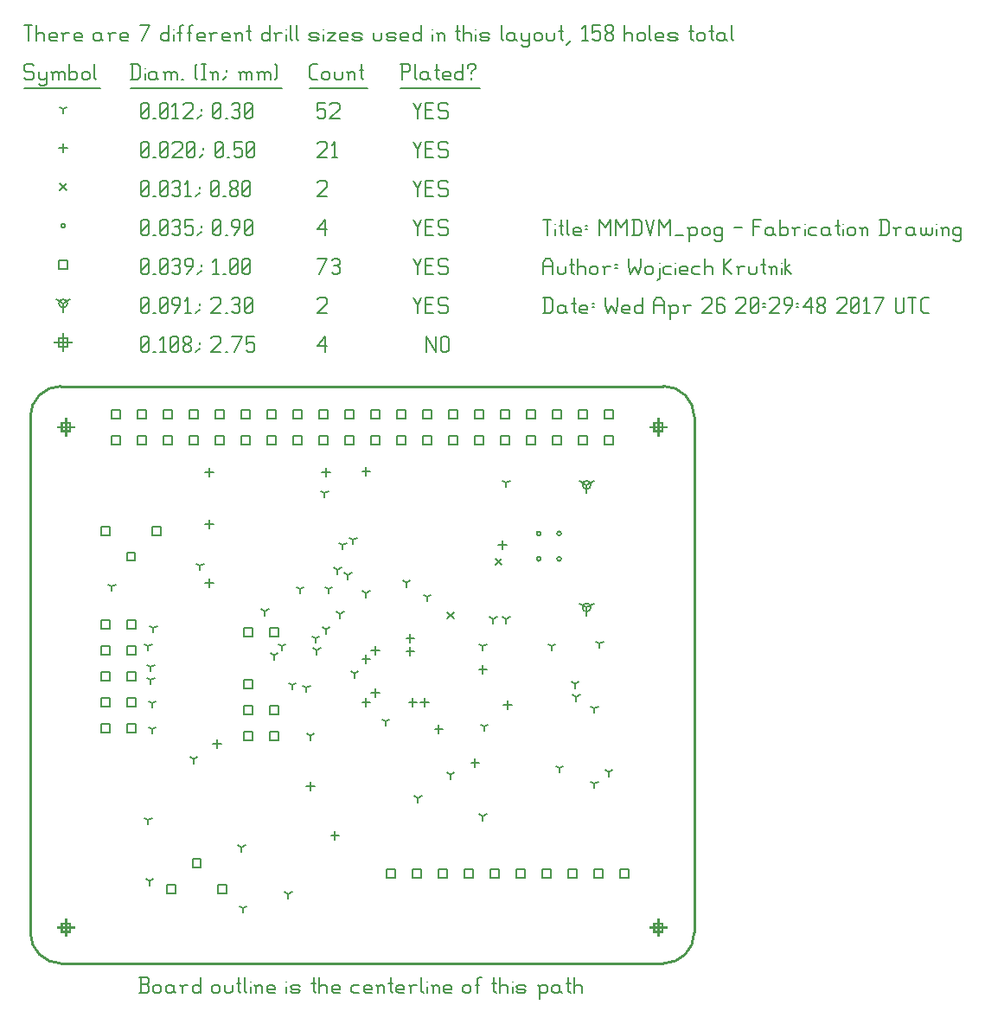
<source format=gbr>
G04 start of page 15 for group -3984 idx -3984 *
G04 Title: MMDVM_pog, fab *
G04 Creator: pcb v4.0.0-ga246c150 *
G04 CreationDate: Wed Apr 26 20:29:48 2017 UTC *
G04 For: wojtek *
G04 Format: Gerber/RS-274X *
G04 PCB-Dimensions (mm): 66.29 58.42 *
G04 PCB-Coordinate-Origin: lower left *
%MOMM*%
%FSLAX43Y43*%
%LNFAB*%
%ADD128C,0.254*%
%ADD127C,0.191*%
%ADD126C,0.152*%
%ADD125R,0.203X0.203*%
G54D125*X4094Y4805D02*Y3179D01*
X3281Y3992D02*X4907D01*
X3688Y4398D02*X4500D01*
X3688D02*Y3586D01*
X4500D01*
Y4398D02*Y3586D01*
X62094Y4805D02*Y3179D01*
X61281Y3992D02*X62907D01*
X61688Y4398D02*X62500D01*
X61688D02*Y3586D01*
X62500D01*
Y4398D02*Y3586D01*
X62094Y53805D02*Y52179D01*
X61281Y52992D02*X62907D01*
X61688Y53398D02*X62500D01*
X61688D02*Y52586D01*
X62500D01*
Y53398D02*Y52586D01*
X4094Y53805D02*Y52179D01*
X3281Y52992D02*X4907D01*
X3688Y53398D02*X4500D01*
X3688D02*Y52586D01*
X4500D01*
Y53398D02*Y52586D01*
X3810Y62090D02*Y60465D01*
X2997Y61278D02*X4623D01*
X3404Y61684D02*X4216D01*
X3404D02*Y60871D01*
X4216D01*
Y61684D02*Y60871D01*
G54D126*X39370Y61849D02*Y60325D01*
Y61849D02*X40322Y60325D01*
Y61849D02*Y60325D01*
X40780Y61658D02*Y60516D01*
Y61658D02*X40970Y61849D01*
X41351D01*
X41542Y61658D01*
Y60516D01*
X41351Y60325D02*X41542Y60516D01*
X40970Y60325D02*X41351D01*
X40780Y60516D02*X40970Y60325D01*
X28702Y60896D02*X29464Y61849D01*
X28702Y60896D02*X29654D01*
X29464Y61849D02*Y60325D01*
X11430Y60516D02*X11620Y60325D01*
X11430Y61658D02*Y60516D01*
Y61658D02*X11620Y61849D01*
X12002D01*
X12192Y61658D01*
Y60516D01*
X12002Y60325D02*X12192Y60516D01*
X11620Y60325D02*X12002D01*
X11430Y60706D02*X12192Y61468D01*
X12649Y60325D02*X12840D01*
X13297Y61544D02*X13602Y61849D01*
Y60325D01*
X13297D02*X13868D01*
X14326Y60516D02*X14516Y60325D01*
X14326Y61658D02*Y60516D01*
Y61658D02*X14516Y61849D01*
X14897D01*
X15088Y61658D01*
Y60516D01*
X14897Y60325D02*X15088Y60516D01*
X14516Y60325D02*X14897D01*
X14326Y60706D02*X15088Y61468D01*
X15545Y60516D02*X15735Y60325D01*
X15545Y60820D02*Y60516D01*
Y60820D02*X15812Y61087D01*
X16040D01*
X16307Y60820D01*
Y60516D01*
X16116Y60325D02*X16307Y60516D01*
X15735Y60325D02*X16116D01*
X15545Y61354D02*X15812Y61087D01*
X15545Y61658D02*Y61354D01*
Y61658D02*X15735Y61849D01*
X16116D01*
X16307Y61658D01*
Y61354D01*
X16040Y61087D02*X16307Y61354D01*
X16764Y60325D02*X17145Y60706D01*
Y61278D02*Y61087D01*
X18288Y61658D02*X18479Y61849D01*
X19050D01*
X19241Y61658D01*
Y61278D01*
X18288Y60325D02*X19241Y61278D01*
X18288Y60325D02*X19241D01*
X19698D02*X19888D01*
X20536D02*X21298Y61849D01*
X20345D02*X21298D01*
X21755D02*X22517D01*
X21755D02*Y61087D01*
X21946Y61278D01*
X22327D01*
X22517Y61087D01*
Y60516D01*
X22327Y60325D02*X22517Y60516D01*
X21946Y60325D02*X22327D01*
X21755Y60516D02*X21946Y60325D01*
X55066Y35328D02*Y34515D01*
Y35328D02*X55770Y35734D01*
X55066Y35328D02*X54362Y35734D01*
X54660Y35328D02*G75*G03X55472Y35328I406J0D01*G01*
G75*G03X54660Y35328I-406J0D01*G01*
X55066Y47328D02*Y46515D01*
Y47328D02*X55770Y47734D01*
X55066Y47328D02*X54362Y47734D01*
X54660Y47328D02*G75*G03X55472Y47328I406J0D01*G01*
G75*G03X54660Y47328I-406J0D01*G01*
X3810Y65088D02*Y64275D01*
Y65088D02*X4514Y65494D01*
X3810Y65088D02*X3106Y65494D01*
X3404Y65088D02*G75*G03X4216Y65088I406J0D01*G01*
G75*G03X3404Y65088I-406J0D01*G01*
X38100Y65659D02*X38481Y64897D01*
X38862Y65659D01*
X38481Y64897D02*Y64135D01*
X39319Y64973D02*X39891D01*
X39319Y64135D02*X40081D01*
X39319Y65659D02*Y64135D01*
Y65659D02*X40081D01*
X41300D02*X41491Y65469D01*
X40729Y65659D02*X41300D01*
X40538Y65469D02*X40729Y65659D01*
X40538Y65469D02*Y65088D01*
X40729Y64897D01*
X41300D01*
X41491Y64707D01*
Y64326D01*
X41300Y64135D02*X41491Y64326D01*
X40729Y64135D02*X41300D01*
X40538Y64326D02*X40729Y64135D01*
X28702Y65469D02*X28892Y65659D01*
X29464D01*
X29654Y65469D01*
Y65088D01*
X28702Y64135D02*X29654Y65088D01*
X28702Y64135D02*X29654D01*
X11430Y64326D02*X11620Y64135D01*
X11430Y65469D02*Y64326D01*
Y65469D02*X11620Y65659D01*
X12002D01*
X12192Y65469D01*
Y64326D01*
X12002Y64135D02*X12192Y64326D01*
X11620Y64135D02*X12002D01*
X11430Y64516D02*X12192Y65278D01*
X12649Y64135D02*X12840D01*
X13297Y64326D02*X13487Y64135D01*
X13297Y65469D02*Y64326D01*
Y65469D02*X13487Y65659D01*
X13868D01*
X14059Y65469D01*
Y64326D01*
X13868Y64135D02*X14059Y64326D01*
X13487Y64135D02*X13868D01*
X13297Y64516D02*X14059Y65278D01*
X14707Y64135D02*X15278Y64897D01*
Y65469D02*Y64897D01*
X15088Y65659D02*X15278Y65469D01*
X14707Y65659D02*X15088D01*
X14516Y65469D02*X14707Y65659D01*
X14516Y65469D02*Y65088D01*
X14707Y64897D01*
X15278D01*
X15735Y65354D02*X16040Y65659D01*
Y64135D01*
X15735D02*X16307D01*
X16764D02*X17145Y64516D01*
Y65088D02*Y64897D01*
X18288Y65469D02*X18479Y65659D01*
X19050D01*
X19241Y65469D01*
Y65088D01*
X18288Y64135D02*X19241Y65088D01*
X18288Y64135D02*X19241D01*
X19698D02*X19888D01*
X20345Y65469D02*X20536Y65659D01*
X20917D01*
X21107Y65469D01*
X20917Y64135D02*X21107Y64326D01*
X20536Y64135D02*X20917D01*
X20345Y64326D02*X20536Y64135D01*
Y64973D02*X20917D01*
X21107Y65469D02*Y65164D01*
Y64783D02*Y64326D01*
Y64783D02*X20917Y64973D01*
X21107Y65164D02*X20917Y64973D01*
X21565Y64326D02*X21755Y64135D01*
X21565Y65469D02*Y64326D01*
Y65469D02*X21755Y65659D01*
X22136D01*
X22327Y65469D01*
Y64326D01*
X22136Y64135D02*X22327Y64326D01*
X21755Y64135D02*X22136D01*
X21565Y64516D02*X22327Y65278D01*
X24052Y23172D02*X24864D01*
X24052D02*Y22360D01*
X24864D01*
Y23172D02*Y22360D01*
X21512Y23172D02*X22324D01*
X21512D02*Y22360D01*
X22324D01*
Y23172D02*Y22360D01*
X24052Y25712D02*X24864D01*
X24052D02*Y24900D01*
X24864D01*
Y25712D02*Y24900D01*
X21512Y25712D02*X22324D01*
X21512D02*Y24900D01*
X22324D01*
Y25712D02*Y24900D01*
X21512Y28252D02*X22324D01*
X21512D02*Y27440D01*
X22324D01*
Y28252D02*Y27440D01*
X7542Y34094D02*X8354D01*
X7542D02*Y33282D01*
X8354D01*
Y34094D02*Y33282D01*
X10082Y34094D02*X10894D01*
X10082D02*Y33282D01*
X10894D01*
Y34094D02*Y33282D01*
X7542Y31554D02*X8354D01*
X7542D02*Y30742D01*
X8354D01*
Y31554D02*Y30742D01*
X10082Y31554D02*X10894D01*
X10082D02*Y30742D01*
X10894D01*
Y31554D02*Y30742D01*
X7542Y29014D02*X8354D01*
X7542D02*Y28202D01*
X8354D01*
Y29014D02*Y28202D01*
X10082Y29014D02*X10894D01*
X10082D02*Y28202D01*
X10894D01*
Y29014D02*Y28202D01*
X7542Y26474D02*X8354D01*
X7542D02*Y25662D01*
X8354D01*
Y26474D02*Y25662D01*
X10082Y26474D02*X10894D01*
X10082D02*Y25662D01*
X10894D01*
Y26474D02*Y25662D01*
X7542Y23934D02*X8354D01*
X7542D02*Y23122D01*
X8354D01*
Y23934D02*Y23122D01*
X10082Y23934D02*X10894D01*
X10082D02*Y23122D01*
X10894D01*
Y23934D02*Y23122D01*
X35482Y9710D02*X36294D01*
X35482D02*Y8898D01*
X36294D01*
Y9710D02*Y8898D01*
X38022Y9710D02*X38834D01*
X38022D02*Y8898D01*
X38834D01*
Y9710D02*Y8898D01*
X40562Y9710D02*X41374D01*
X40562D02*Y8898D01*
X41374D01*
Y9710D02*Y8898D01*
X43102Y9710D02*X43914D01*
X43102D02*Y8898D01*
X43914D01*
Y9710D02*Y8898D01*
X45642Y9710D02*X46454D01*
X45642D02*Y8898D01*
X46454D01*
Y9710D02*Y8898D01*
X48182Y9710D02*X48994D01*
X48182D02*Y8898D01*
X48994D01*
Y9710D02*Y8898D01*
X50722Y9710D02*X51534D01*
X50722D02*Y8898D01*
X51534D01*
Y9710D02*Y8898D01*
X53262Y9710D02*X54074D01*
X53262D02*Y8898D01*
X54074D01*
Y9710D02*Y8898D01*
X55802Y9710D02*X56614D01*
X55802D02*Y8898D01*
X56614D01*
Y9710D02*Y8898D01*
X58342Y9710D02*X59154D01*
X58342D02*Y8898D01*
X59154D01*
Y9710D02*Y8898D01*
X21512Y33332D02*X22324D01*
X21512D02*Y32520D01*
X22324D01*
Y33332D02*Y32520D01*
X24052Y33332D02*X24864D01*
X24052D02*Y32520D01*
X24864D01*
Y33332D02*Y32520D01*
X8558Y52128D02*X9370D01*
X8558D02*Y51316D01*
X9370D01*
Y52128D02*Y51316D01*
X8558Y54668D02*X9370D01*
X8558D02*Y53856D01*
X9370D01*
Y54668D02*Y53856D01*
X11098Y52128D02*X11910D01*
X11098D02*Y51316D01*
X11910D01*
Y52128D02*Y51316D01*
X11098Y54668D02*X11910D01*
X11098D02*Y53856D01*
X11910D01*
Y54668D02*Y53856D01*
X13638Y52128D02*X14450D01*
X13638D02*Y51316D01*
X14450D01*
Y52128D02*Y51316D01*
X13638Y54668D02*X14450D01*
X13638D02*Y53856D01*
X14450D01*
Y54668D02*Y53856D01*
X16178Y52128D02*X16990D01*
X16178D02*Y51316D01*
X16990D01*
Y52128D02*Y51316D01*
X16178Y54668D02*X16990D01*
X16178D02*Y53856D01*
X16990D01*
Y54668D02*Y53856D01*
X18718Y52128D02*X19530D01*
X18718D02*Y51316D01*
X19530D01*
Y52128D02*Y51316D01*
X18718Y54668D02*X19530D01*
X18718D02*Y53856D01*
X19530D01*
Y54668D02*Y53856D01*
X21258Y52128D02*X22070D01*
X21258D02*Y51316D01*
X22070D01*
Y52128D02*Y51316D01*
X21258Y54668D02*X22070D01*
X21258D02*Y53856D01*
X22070D01*
Y54668D02*Y53856D01*
X23798Y52128D02*X24610D01*
X23798D02*Y51316D01*
X24610D01*
Y52128D02*Y51316D01*
X23798Y54668D02*X24610D01*
X23798D02*Y53856D01*
X24610D01*
Y54668D02*Y53856D01*
X26338Y52128D02*X27150D01*
X26338D02*Y51316D01*
X27150D01*
Y52128D02*Y51316D01*
X26338Y54668D02*X27150D01*
X26338D02*Y53856D01*
X27150D01*
Y54668D02*Y53856D01*
X28878Y52128D02*X29690D01*
X28878D02*Y51316D01*
X29690D01*
Y52128D02*Y51316D01*
X28878Y54668D02*X29690D01*
X28878D02*Y53856D01*
X29690D01*
Y54668D02*Y53856D01*
X31418Y52128D02*X32230D01*
X31418D02*Y51316D01*
X32230D01*
Y52128D02*Y51316D01*
X31418Y54668D02*X32230D01*
X31418D02*Y53856D01*
X32230D01*
Y54668D02*Y53856D01*
X33958Y52128D02*X34770D01*
X33958D02*Y51316D01*
X34770D01*
Y52128D02*Y51316D01*
X33958Y54668D02*X34770D01*
X33958D02*Y53856D01*
X34770D01*
Y54668D02*Y53856D01*
X36498Y52128D02*X37310D01*
X36498D02*Y51316D01*
X37310D01*
Y52128D02*Y51316D01*
X36498Y54668D02*X37310D01*
X36498D02*Y53856D01*
X37310D01*
Y54668D02*Y53856D01*
X39038Y52128D02*X39850D01*
X39038D02*Y51316D01*
X39850D01*
Y52128D02*Y51316D01*
X39038Y54668D02*X39850D01*
X39038D02*Y53856D01*
X39850D01*
Y54668D02*Y53856D01*
X41578Y52128D02*X42390D01*
X41578D02*Y51316D01*
X42390D01*
Y52128D02*Y51316D01*
X41578Y54668D02*X42390D01*
X41578D02*Y53856D01*
X42390D01*
Y54668D02*Y53856D01*
X44118Y52128D02*X44930D01*
X44118D02*Y51316D01*
X44930D01*
Y52128D02*Y51316D01*
X44118Y54668D02*X44930D01*
X44118D02*Y53856D01*
X44930D01*
Y54668D02*Y53856D01*
X46658Y52128D02*X47470D01*
X46658D02*Y51316D01*
X47470D01*
Y52128D02*Y51316D01*
X46658Y54668D02*X47470D01*
X46658D02*Y53856D01*
X47470D01*
Y54668D02*Y53856D01*
X49198Y52128D02*X50010D01*
X49198D02*Y51316D01*
X50010D01*
Y52128D02*Y51316D01*
X49198Y54668D02*X50010D01*
X49198D02*Y53856D01*
X50010D01*
Y54668D02*Y53856D01*
X51738Y52128D02*X52550D01*
X51738D02*Y51316D01*
X52550D01*
Y52128D02*Y51316D01*
X51738Y54668D02*X52550D01*
X51738D02*Y53856D01*
X52550D01*
Y54668D02*Y53856D01*
X54278Y52128D02*X55090D01*
X54278D02*Y51316D01*
X55090D01*
Y52128D02*Y51316D01*
X54278Y54668D02*X55090D01*
X54278D02*Y53856D01*
X55090D01*
Y54668D02*Y53856D01*
X56818Y52128D02*X57630D01*
X56818D02*Y51316D01*
X57630D01*
Y52128D02*Y51316D01*
X56818Y54668D02*X57630D01*
X56818D02*Y53856D01*
X57630D01*
Y54668D02*Y53856D01*
X10042Y40738D02*X10854D01*
X10042D02*Y39926D01*
X10854D01*
Y40738D02*Y39926D01*
X7542Y43238D02*X8354D01*
X7542D02*Y42426D01*
X8354D01*
Y43238D02*Y42426D01*
X12542Y43238D02*X13354D01*
X12542D02*Y42426D01*
X13354D01*
Y43238D02*Y42426D01*
X16472Y10686D02*X17284D01*
X16472D02*Y9874D01*
X17284D01*
Y10686D02*Y9874D01*
X18972Y8186D02*X19784D01*
X18972D02*Y7374D01*
X19784D01*
Y8186D02*Y7374D01*
X13972Y8186D02*X14784D01*
X13972D02*Y7374D01*
X14784D01*
Y8186D02*Y7374D01*
X3404Y69304D02*X4216D01*
X3404D02*Y68491D01*
X4216D01*
Y69304D02*Y68491D01*
X38100Y69469D02*X38481Y68707D01*
X38862Y69469D01*
X38481Y68707D02*Y67945D01*
X39319Y68783D02*X39891D01*
X39319Y67945D02*X40081D01*
X39319Y69469D02*Y67945D01*
Y69469D02*X40081D01*
X41300D02*X41491Y69278D01*
X40729Y69469D02*X41300D01*
X40538Y69278D02*X40729Y69469D01*
X40538Y69278D02*Y68898D01*
X40729Y68707D01*
X41300D01*
X41491Y68516D01*
Y68136D01*
X41300Y67945D02*X41491Y68136D01*
X40729Y67945D02*X41300D01*
X40538Y68136D02*X40729Y67945D01*
X28892D02*X29654Y69469D01*
X28702D02*X29654D01*
X30112Y69278D02*X30302Y69469D01*
X30683D01*
X30874Y69278D01*
X30683Y67945D02*X30874Y68136D01*
X30302Y67945D02*X30683D01*
X30112Y68136D02*X30302Y67945D01*
Y68783D02*X30683D01*
X30874Y69278D02*Y68974D01*
Y68593D02*Y68136D01*
Y68593D02*X30683Y68783D01*
X30874Y68974D02*X30683Y68783D01*
X11430Y68136D02*X11620Y67945D01*
X11430Y69278D02*Y68136D01*
Y69278D02*X11620Y69469D01*
X12002D01*
X12192Y69278D01*
Y68136D01*
X12002Y67945D02*X12192Y68136D01*
X11620Y67945D02*X12002D01*
X11430Y68326D02*X12192Y69088D01*
X12649Y67945D02*X12840D01*
X13297Y68136D02*X13487Y67945D01*
X13297Y69278D02*Y68136D01*
Y69278D02*X13487Y69469D01*
X13868D01*
X14059Y69278D01*
Y68136D01*
X13868Y67945D02*X14059Y68136D01*
X13487Y67945D02*X13868D01*
X13297Y68326D02*X14059Y69088D01*
X14516Y69278D02*X14707Y69469D01*
X15088D01*
X15278Y69278D01*
X15088Y67945D02*X15278Y68136D01*
X14707Y67945D02*X15088D01*
X14516Y68136D02*X14707Y67945D01*
Y68783D02*X15088D01*
X15278Y69278D02*Y68974D01*
Y68593D02*Y68136D01*
Y68593D02*X15088Y68783D01*
X15278Y68974D02*X15088Y68783D01*
X15926Y67945D02*X16497Y68707D01*
Y69278D02*Y68707D01*
X16307Y69469D02*X16497Y69278D01*
X15926Y69469D02*X16307D01*
X15735Y69278D02*X15926Y69469D01*
X15735Y69278D02*Y68898D01*
X15926Y68707D01*
X16497D01*
X16955Y67945D02*X17336Y68326D01*
Y68898D02*Y68707D01*
X18479Y69164D02*X18783Y69469D01*
Y67945D01*
X18479D02*X19050D01*
X19507D02*X19698D01*
X20155Y68136D02*X20345Y67945D01*
X20155Y69278D02*Y68136D01*
Y69278D02*X20345Y69469D01*
X20726D01*
X20917Y69278D01*
Y68136D01*
X20726Y67945D02*X20917Y68136D01*
X20345Y67945D02*X20726D01*
X20155Y68326D02*X20917Y69088D01*
X21374Y68136D02*X21565Y67945D01*
X21374Y69278D02*Y68136D01*
Y69278D02*X21565Y69469D01*
X21946D01*
X22136Y69278D01*
Y68136D01*
X21946Y67945D02*X22136Y68136D01*
X21565Y67945D02*X21946D01*
X21374Y68326D02*X22136Y69088D01*
X50163Y42578D02*G75*G03X50569Y42578I203J0D01*G01*
G75*G03X50163Y42578I-203J0D01*G01*
Y40078D02*G75*G03X50569Y40078I203J0D01*G01*
G75*G03X50163Y40078I-203J0D01*G01*
X52163D02*G75*G03X52569Y40078I203J0D01*G01*
G75*G03X52163Y40078I-203J0D01*G01*
Y42578D02*G75*G03X52569Y42578I203J0D01*G01*
G75*G03X52163Y42578I-203J0D01*G01*
X3607Y72708D02*G75*G03X4013Y72708I203J0D01*G01*
G75*G03X3607Y72708I-203J0D01*G01*
X38100Y73279D02*X38481Y72517D01*
X38862Y73279D01*
X38481Y72517D02*Y71755D01*
X39319Y72593D02*X39891D01*
X39319Y71755D02*X40081D01*
X39319Y73279D02*Y71755D01*
Y73279D02*X40081D01*
X41300D02*X41491Y73088D01*
X40729Y73279D02*X41300D01*
X40538Y73088D02*X40729Y73279D01*
X40538Y73088D02*Y72708D01*
X40729Y72517D01*
X41300D01*
X41491Y72326D01*
Y71946D01*
X41300Y71755D02*X41491Y71946D01*
X40729Y71755D02*X41300D01*
X40538Y71946D02*X40729Y71755D01*
X28702Y72326D02*X29464Y73279D01*
X28702Y72326D02*X29654D01*
X29464Y73279D02*Y71755D01*
X11430Y71946D02*X11620Y71755D01*
X11430Y73088D02*Y71946D01*
Y73088D02*X11620Y73279D01*
X12002D01*
X12192Y73088D01*
Y71946D01*
X12002Y71755D02*X12192Y71946D01*
X11620Y71755D02*X12002D01*
X11430Y72136D02*X12192Y72898D01*
X12649Y71755D02*X12840D01*
X13297Y71946D02*X13487Y71755D01*
X13297Y73088D02*Y71946D01*
Y73088D02*X13487Y73279D01*
X13868D01*
X14059Y73088D01*
Y71946D01*
X13868Y71755D02*X14059Y71946D01*
X13487Y71755D02*X13868D01*
X13297Y72136D02*X14059Y72898D01*
X14516Y73088D02*X14707Y73279D01*
X15088D01*
X15278Y73088D01*
X15088Y71755D02*X15278Y71946D01*
X14707Y71755D02*X15088D01*
X14516Y71946D02*X14707Y71755D01*
Y72593D02*X15088D01*
X15278Y73088D02*Y72784D01*
Y72403D02*Y71946D01*
Y72403D02*X15088Y72593D01*
X15278Y72784D02*X15088Y72593D01*
X15735Y73279D02*X16497D01*
X15735D02*Y72517D01*
X15926Y72708D01*
X16307D01*
X16497Y72517D01*
Y71946D01*
X16307Y71755D02*X16497Y71946D01*
X15926Y71755D02*X16307D01*
X15735Y71946D02*X15926Y71755D01*
X16955D02*X17336Y72136D01*
Y72708D02*Y72517D01*
X18479Y71946D02*X18669Y71755D01*
X18479Y73088D02*Y71946D01*
Y73088D02*X18669Y73279D01*
X19050D01*
X19241Y73088D01*
Y71946D01*
X19050Y71755D02*X19241Y71946D01*
X18669Y71755D02*X19050D01*
X18479Y72136D02*X19241Y72898D01*
X19698Y71755D02*X19888D01*
X20536D02*X21107Y72517D01*
Y73088D02*Y72517D01*
X20917Y73279D02*X21107Y73088D01*
X20536Y73279D02*X20917D01*
X20345Y73088D02*X20536Y73279D01*
X20345Y73088D02*Y72708D01*
X20536Y72517D01*
X21107D01*
X21565Y71946D02*X21755Y71755D01*
X21565Y73088D02*Y71946D01*
Y73088D02*X21755Y73279D01*
X22136D01*
X22327Y73088D01*
Y71946D01*
X22136Y71755D02*X22327Y71946D01*
X21755Y71755D02*X22136D01*
X21565Y72136D02*X22327Y72898D01*
X41425Y34882D02*X42035Y34272D01*
X41425D02*X42035Y34882D01*
X46124Y40089D02*X46734Y39479D01*
X46124D02*X46734Y40089D01*
X3505Y76822D02*X4115Y76213D01*
X3505D02*X4115Y76822D01*
X38100Y77089D02*X38481Y76327D01*
X38862Y77089D01*
X38481Y76327D02*Y75565D01*
X39319Y76403D02*X39891D01*
X39319Y75565D02*X40081D01*
X39319Y77089D02*Y75565D01*
Y77089D02*X40081D01*
X41300D02*X41491Y76898D01*
X40729Y77089D02*X41300D01*
X40538Y76898D02*X40729Y77089D01*
X40538Y76898D02*Y76518D01*
X40729Y76327D01*
X41300D01*
X41491Y76136D01*
Y75756D01*
X41300Y75565D02*X41491Y75756D01*
X40729Y75565D02*X41300D01*
X40538Y75756D02*X40729Y75565D01*
X28702Y76898D02*X28892Y77089D01*
X29464D01*
X29654Y76898D01*
Y76518D01*
X28702Y75565D02*X29654Y76518D01*
X28702Y75565D02*X29654D01*
X11430Y75756D02*X11620Y75565D01*
X11430Y76898D02*Y75756D01*
Y76898D02*X11620Y77089D01*
X12002D01*
X12192Y76898D01*
Y75756D01*
X12002Y75565D02*X12192Y75756D01*
X11620Y75565D02*X12002D01*
X11430Y75946D02*X12192Y76708D01*
X12649Y75565D02*X12840D01*
X13297Y75756D02*X13487Y75565D01*
X13297Y76898D02*Y75756D01*
Y76898D02*X13487Y77089D01*
X13868D01*
X14059Y76898D01*
Y75756D01*
X13868Y75565D02*X14059Y75756D01*
X13487Y75565D02*X13868D01*
X13297Y75946D02*X14059Y76708D01*
X14516Y76898D02*X14707Y77089D01*
X15088D01*
X15278Y76898D01*
X15088Y75565D02*X15278Y75756D01*
X14707Y75565D02*X15088D01*
X14516Y75756D02*X14707Y75565D01*
Y76403D02*X15088D01*
X15278Y76898D02*Y76594D01*
Y76213D02*Y75756D01*
Y76213D02*X15088Y76403D01*
X15278Y76594D02*X15088Y76403D01*
X15735Y76784D02*X16040Y77089D01*
Y75565D01*
X15735D02*X16307D01*
X16764D02*X17145Y75946D01*
Y76518D02*Y76327D01*
X18288Y75756D02*X18479Y75565D01*
X18288Y76898D02*Y75756D01*
Y76898D02*X18479Y77089D01*
X18860D01*
X19050Y76898D01*
Y75756D01*
X18860Y75565D02*X19050Y75756D01*
X18479Y75565D02*X18860D01*
X18288Y75946D02*X19050Y76708D01*
X19507Y75565D02*X19698D01*
X20155Y75756D02*X20345Y75565D01*
X20155Y76060D02*Y75756D01*
Y76060D02*X20422Y76327D01*
X20650D01*
X20917Y76060D01*
Y75756D01*
X20726Y75565D02*X20917Y75756D01*
X20345Y75565D02*X20726D01*
X20155Y76594D02*X20422Y76327D01*
X20155Y76898D02*Y76594D01*
Y76898D02*X20345Y77089D01*
X20726D01*
X20917Y76898D01*
Y76594D01*
X20650Y76327D02*X20917Y76594D01*
X21374Y75756D02*X21565Y75565D01*
X21374Y76898D02*Y75756D01*
Y76898D02*X21565Y77089D01*
X21946D01*
X22136Y76898D01*
Y75756D01*
X21946Y75565D02*X22136Y75756D01*
X21565Y75565D02*X21946D01*
X21374Y75946D02*X22136Y76708D01*
X18870Y22410D02*Y21598D01*
X18464Y22004D02*X19276D01*
X18108Y38158D02*Y37346D01*
X17702Y37752D02*X18514D01*
X34364Y27363D02*Y26551D01*
X33958Y26957D02*X34770D01*
X39190Y26474D02*Y25662D01*
X38784Y26068D02*X39596D01*
X38047Y26474D02*Y25662D01*
X37641Y26068D02*X38453D01*
X33475Y26474D02*Y25662D01*
X33069Y26068D02*X33881D01*
X33475Y30665D02*Y29853D01*
X33069Y30259D02*X33881D01*
X34364Y31554D02*Y30742D01*
X33958Y31148D02*X34770D01*
X30427Y13393D02*Y12581D01*
X30021Y12987D02*X30833D01*
X40587Y23807D02*Y22995D01*
X40181Y23401D02*X40993D01*
X46810Y41841D02*Y41029D01*
X46404Y41435D02*X47216D01*
X37793Y32697D02*Y31885D01*
X37387Y32291D02*X38199D01*
X37793Y31427D02*Y30615D01*
X37387Y31021D02*X38199D01*
X28014Y18219D02*Y17407D01*
X27608Y17813D02*X28420D01*
X29538Y48953D02*Y48141D01*
X29132Y48547D02*X29944D01*
X33475Y49080D02*Y48268D01*
X33069Y48674D02*X33881D01*
X18108Y48953D02*Y48141D01*
X17702Y48547D02*X18514D01*
X44143Y20505D02*Y19693D01*
X43737Y20099D02*X44549D01*
X47318Y26220D02*Y25408D01*
X46912Y25814D02*X47724D01*
X44905Y29649D02*Y28837D01*
X44499Y29243D02*X45311D01*
X18108Y43873D02*Y43061D01*
X17702Y43467D02*X18514D01*
X3810Y80734D02*Y79921D01*
X3404Y80328D02*X4216D01*
X38100Y80899D02*X38481Y80137D01*
X38862Y80899D01*
X38481Y80137D02*Y79375D01*
X39319Y80213D02*X39891D01*
X39319Y79375D02*X40081D01*
X39319Y80899D02*Y79375D01*
Y80899D02*X40081D01*
X41300D02*X41491Y80708D01*
X40729Y80899D02*X41300D01*
X40538Y80708D02*X40729Y80899D01*
X40538Y80708D02*Y80328D01*
X40729Y80137D01*
X41300D01*
X41491Y79946D01*
Y79566D01*
X41300Y79375D02*X41491Y79566D01*
X40729Y79375D02*X41300D01*
X40538Y79566D02*X40729Y79375D01*
X28702Y80708D02*X28892Y80899D01*
X29464D01*
X29654Y80708D01*
Y80328D01*
X28702Y79375D02*X29654Y80328D01*
X28702Y79375D02*X29654D01*
X30112Y80594D02*X30417Y80899D01*
Y79375D01*
X30112D02*X30683D01*
X11430Y79566D02*X11620Y79375D01*
X11430Y80708D02*Y79566D01*
Y80708D02*X11620Y80899D01*
X12002D01*
X12192Y80708D01*
Y79566D01*
X12002Y79375D02*X12192Y79566D01*
X11620Y79375D02*X12002D01*
X11430Y79756D02*X12192Y80518D01*
X12649Y79375D02*X12840D01*
X13297Y79566D02*X13487Y79375D01*
X13297Y80708D02*Y79566D01*
Y80708D02*X13487Y80899D01*
X13868D01*
X14059Y80708D01*
Y79566D01*
X13868Y79375D02*X14059Y79566D01*
X13487Y79375D02*X13868D01*
X13297Y79756D02*X14059Y80518D01*
X14516Y80708D02*X14707Y80899D01*
X15278D01*
X15469Y80708D01*
Y80328D01*
X14516Y79375D02*X15469Y80328D01*
X14516Y79375D02*X15469D01*
X15926Y79566D02*X16116Y79375D01*
X15926Y80708D02*Y79566D01*
Y80708D02*X16116Y80899D01*
X16497D01*
X16688Y80708D01*
Y79566D01*
X16497Y79375D02*X16688Y79566D01*
X16116Y79375D02*X16497D01*
X15926Y79756D02*X16688Y80518D01*
X17145Y79375D02*X17526Y79756D01*
Y80328D02*Y80137D01*
X18669Y79566D02*X18860Y79375D01*
X18669Y80708D02*Y79566D01*
Y80708D02*X18860Y80899D01*
X19241D01*
X19431Y80708D01*
Y79566D01*
X19241Y79375D02*X19431Y79566D01*
X18860Y79375D02*X19241D01*
X18669Y79756D02*X19431Y80518D01*
X19888Y79375D02*X20079D01*
X20536Y80899D02*X21298D01*
X20536D02*Y80137D01*
X20726Y80328D01*
X21107D01*
X21298Y80137D01*
Y79566D01*
X21107Y79375D02*X21298Y79566D01*
X20726Y79375D02*X21107D01*
X20536Y79566D02*X20726Y79375D01*
X21755Y79566D02*X21946Y79375D01*
X21755Y80708D02*Y79566D01*
Y80708D02*X21946Y80899D01*
X22327D01*
X22517Y80708D01*
Y79566D01*
X22327Y79375D02*X22517Y79566D01*
X21946Y79375D02*X22327D01*
X21755Y79756D02*X22517Y80518D01*
X26236Y27719D02*Y27313D01*
Y27719D02*X26588Y27922D01*
X26236Y27719D02*X25884Y27922D01*
X16584Y20480D02*Y20074D01*
Y20480D02*X16936Y20683D01*
X16584Y20480D02*X16232Y20683D01*
X28014Y22766D02*Y22360D01*
Y22766D02*X28366Y22969D01*
X28014Y22766D02*X27662Y22969D01*
X35380Y24163D02*Y23757D01*
Y24163D02*X35732Y24366D01*
X35380Y24163D02*X35028Y24366D01*
X44905Y14892D02*Y14486D01*
Y14892D02*X45257Y15095D01*
X44905Y14892D02*X44553Y15095D01*
X55827Y25433D02*Y25027D01*
Y25433D02*X56179Y25636D01*
X55827Y25433D02*X55475Y25636D01*
X38555Y16670D02*Y16264D01*
Y16670D02*X38907Y16873D01*
X38555Y16670D02*X38203Y16873D01*
X41730Y18956D02*Y18550D01*
Y18956D02*X42082Y19159D01*
X41730Y18956D02*X41378Y19159D01*
X55827Y18067D02*Y17661D01*
Y18067D02*X56179Y18270D01*
X55827Y18067D02*X55475Y18270D01*
X45921Y34196D02*Y33790D01*
Y34196D02*X46273Y34399D01*
X45921Y34196D02*X45569Y34399D01*
X47191Y34196D02*Y33790D01*
Y34196D02*X47543Y34399D01*
X47191Y34196D02*X46839Y34399D01*
X54049Y26576D02*Y26170D01*
Y26576D02*X54401Y26779D01*
X54049Y26576D02*X53697Y26779D01*
X53922Y27846D02*Y27440D01*
Y27846D02*X54274Y28049D01*
X53922Y27846D02*X53570Y28049D01*
X57224Y19210D02*Y18804D01*
Y19210D02*X57576Y19413D01*
X57224Y19210D02*X56872Y19413D01*
X52398Y19591D02*Y19185D01*
Y19591D02*X52750Y19794D01*
X52398Y19591D02*X52046Y19794D01*
X30935Y34704D02*Y34298D01*
Y34704D02*X31287Y34907D01*
X30935Y34704D02*X30583Y34907D01*
X47191Y47531D02*Y47125D01*
Y47531D02*X47543Y47734D01*
X47191Y47531D02*X46839Y47734D01*
X33475Y36736D02*Y36330D01*
Y36736D02*X33827Y36939D01*
X33475Y36736D02*X33123Y36939D01*
X37412Y37752D02*Y37346D01*
Y37752D02*X37764Y37955D01*
X37412Y37752D02*X37060Y37955D01*
X39444Y36355D02*Y35949D01*
Y36355D02*X39796Y36558D01*
X39444Y36355D02*X39092Y36558D01*
X45032Y23655D02*Y23249D01*
Y23655D02*X45384Y23858D01*
X45032Y23655D02*X44680Y23858D01*
X44905Y31529D02*Y31123D01*
Y31529D02*X45257Y31732D01*
X44905Y31529D02*X44553Y31732D01*
X56335Y31783D02*Y31377D01*
Y31783D02*X56687Y31986D01*
X56335Y31783D02*X55983Y31986D01*
X51636Y31529D02*Y31123D01*
Y31529D02*X51988Y31732D01*
X51636Y31529D02*X51284Y31732D01*
X12393Y29497D02*Y29091D01*
Y29497D02*X12745Y29700D01*
X12393Y29497D02*X12041Y29700D01*
X17219Y39403D02*Y38997D01*
Y39403D02*X17571Y39606D01*
X17219Y39403D02*X16867Y39606D01*
X8583Y37371D02*Y36965D01*
Y37371D02*X8935Y37574D01*
X8583Y37371D02*X8231Y37574D01*
X23569Y34958D02*Y34552D01*
Y34958D02*X23921Y35161D01*
X23569Y34958D02*X23217Y35161D01*
X21410Y5875D02*Y5469D01*
Y5875D02*X21762Y6078D01*
X21410Y5875D02*X21058Y6078D01*
X12266Y8542D02*Y8136D01*
Y8542D02*X12618Y8745D01*
X12266Y8542D02*X11914Y8745D01*
X12139Y14511D02*Y14105D01*
Y14511D02*X12491Y14714D01*
X12139Y14511D02*X11787Y14714D01*
X21283Y11844D02*Y11438D01*
Y11844D02*X21635Y12047D01*
X21283Y11844D02*X20931Y12047D01*
X25855Y7272D02*Y6866D01*
Y7272D02*X26207Y7475D01*
X25855Y7272D02*X25503Y7475D01*
X29411Y46515D02*Y46109D01*
Y46515D02*X29763Y46718D01*
X29411Y46515D02*X29059Y46718D01*
X12393Y28227D02*Y27821D01*
Y28227D02*X12745Y28430D01*
X12393Y28227D02*X12041Y28430D01*
X12520Y23401D02*Y22995D01*
Y23401D02*X12872Y23604D01*
X12520Y23401D02*X12168Y23604D01*
X12520Y25941D02*Y25535D01*
Y25941D02*X12872Y26144D01*
X12520Y25941D02*X12168Y26144D01*
X12139Y31529D02*Y31123D01*
Y31529D02*X12491Y31732D01*
X12139Y31529D02*X11787Y31732D01*
X12647Y33307D02*Y32901D01*
Y33307D02*X12999Y33510D01*
X12647Y33307D02*X12295Y33510D01*
X29792Y37117D02*Y36711D01*
Y37117D02*X30144Y37320D01*
X29792Y37117D02*X29440Y37320D01*
X29538Y33180D02*Y32774D01*
Y33180D02*X29890Y33383D01*
X29538Y33180D02*X29186Y33383D01*
X24458Y30640D02*Y30234D01*
Y30640D02*X24810Y30843D01*
X24458Y30640D02*X24106Y30843D01*
X25220Y31529D02*Y31123D01*
Y31529D02*X25572Y31732D01*
X25220Y31529D02*X24868Y31732D01*
X28522Y32291D02*Y31885D01*
Y32291D02*X28874Y32494D01*
X28522Y32291D02*X28170Y32494D01*
X28649Y31148D02*Y30742D01*
Y31148D02*X29001Y31351D01*
X28649Y31148D02*X28297Y31351D01*
X26998Y37117D02*Y36711D01*
Y37117D02*X27350Y37320D01*
X26998Y37117D02*X26646Y37320D01*
X32332Y28862D02*Y28456D01*
Y28862D02*X32684Y29065D01*
X32332Y28862D02*X31980Y29065D01*
X27633Y27465D02*Y27059D01*
Y27465D02*X27985Y27668D01*
X27633Y27465D02*X27281Y27668D01*
X30681Y39022D02*Y38616D01*
Y39022D02*X31033Y39225D01*
X30681Y39022D02*X30329Y39225D01*
X31697Y38514D02*Y38108D01*
Y38514D02*X32049Y38717D01*
X31697Y38514D02*X31345Y38717D01*
X31189Y41435D02*Y41029D01*
Y41435D02*X31541Y41638D01*
X31189Y41435D02*X30837Y41638D01*
X32205Y41943D02*Y41537D01*
Y41943D02*X32557Y42146D01*
X32205Y41943D02*X31853Y42146D01*
X3810Y84138D02*Y83731D01*
Y84138D02*X4162Y84341D01*
X3810Y84138D02*X3458Y84341D01*
X38100Y84709D02*X38481Y83947D01*
X38862Y84709D01*
X38481Y83947D02*Y83185D01*
X39319Y84023D02*X39891D01*
X39319Y83185D02*X40081D01*
X39319Y84709D02*Y83185D01*
Y84709D02*X40081D01*
X41300D02*X41491Y84518D01*
X40729Y84709D02*X41300D01*
X40538Y84518D02*X40729Y84709D01*
X40538Y84518D02*Y84138D01*
X40729Y83947D01*
X41300D01*
X41491Y83756D01*
Y83376D01*
X41300Y83185D02*X41491Y83376D01*
X40729Y83185D02*X41300D01*
X40538Y83376D02*X40729Y83185D01*
X28702Y84709D02*X29464D01*
X28702D02*Y83947D01*
X28892Y84138D01*
X29274D01*
X29464Y83947D01*
Y83376D01*
X29274Y83185D02*X29464Y83376D01*
X28892Y83185D02*X29274D01*
X28702Y83376D02*X28892Y83185D01*
X29921Y84518D02*X30112Y84709D01*
X30683D01*
X30874Y84518D01*
Y84138D01*
X29921Y83185D02*X30874Y84138D01*
X29921Y83185D02*X30874D01*
X11430Y83376D02*X11620Y83185D01*
X11430Y84518D02*Y83376D01*
Y84518D02*X11620Y84709D01*
X12002D01*
X12192Y84518D01*
Y83376D01*
X12002Y83185D02*X12192Y83376D01*
X11620Y83185D02*X12002D01*
X11430Y83566D02*X12192Y84328D01*
X12649Y83185D02*X12840D01*
X13297Y83376D02*X13487Y83185D01*
X13297Y84518D02*Y83376D01*
Y84518D02*X13487Y84709D01*
X13868D01*
X14059Y84518D01*
Y83376D01*
X13868Y83185D02*X14059Y83376D01*
X13487Y83185D02*X13868D01*
X13297Y83566D02*X14059Y84328D01*
X14516Y84404D02*X14821Y84709D01*
Y83185D01*
X14516D02*X15088D01*
X15545Y84518D02*X15735Y84709D01*
X16307D01*
X16497Y84518D01*
Y84138D01*
X15545Y83185D02*X16497Y84138D01*
X15545Y83185D02*X16497D01*
X16955D02*X17336Y83566D01*
Y84138D02*Y83947D01*
X18479Y83376D02*X18669Y83185D01*
X18479Y84518D02*Y83376D01*
Y84518D02*X18669Y84709D01*
X19050D01*
X19241Y84518D01*
Y83376D01*
X19050Y83185D02*X19241Y83376D01*
X18669Y83185D02*X19050D01*
X18479Y83566D02*X19241Y84328D01*
X19698Y83185D02*X19888D01*
X20345Y84518D02*X20536Y84709D01*
X20917D01*
X21107Y84518D01*
X20917Y83185D02*X21107Y83376D01*
X20536Y83185D02*X20917D01*
X20345Y83376D02*X20536Y83185D01*
Y84023D02*X20917D01*
X21107Y84518D02*Y84214D01*
Y83833D02*Y83376D01*
Y83833D02*X20917Y84023D01*
X21107Y84214D02*X20917Y84023D01*
X21565Y83376D02*X21755Y83185D01*
X21565Y84518D02*Y83376D01*
Y84518D02*X21755Y84709D01*
X22136D01*
X22327Y84518D01*
Y83376D01*
X22136Y83185D02*X22327Y83376D01*
X21755Y83185D02*X22136D01*
X21565Y83566D02*X22327Y84328D01*
X762Y88519D02*X952Y88328D01*
X190Y88519D02*X762D01*
X0Y88328D02*X190Y88519D01*
X0Y88328D02*Y87948D01*
X190Y87757D01*
X762D01*
X952Y87566D01*
Y87186D01*
X762Y86995D02*X952Y87186D01*
X190Y86995D02*X762D01*
X0Y87186D02*X190Y86995D01*
X1410Y87757D02*Y87186D01*
X1600Y86995D01*
X2172Y87757D02*Y86614D01*
X1981Y86424D02*X2172Y86614D01*
X1600Y86424D02*X1981D01*
X1410Y86614D02*X1600Y86424D01*
Y86995D02*X1981D01*
X2172Y87186D01*
X2819Y87566D02*Y86995D01*
Y87566D02*X3010Y87757D01*
X3200D01*
X3391Y87566D01*
Y86995D01*
Y87566D02*X3581Y87757D01*
X3772D01*
X3962Y87566D01*
Y86995D01*
X2629Y87757D02*X2819Y87566D01*
X4420Y88519D02*Y86995D01*
Y87186D02*X4610Y86995D01*
X4991D01*
X5182Y87186D01*
Y87566D02*Y87186D01*
X4991Y87757D02*X5182Y87566D01*
X4610Y87757D02*X4991D01*
X4420Y87566D02*X4610Y87757D01*
X5639Y87566D02*Y87186D01*
Y87566D02*X5829Y87757D01*
X6210D01*
X6401Y87566D01*
Y87186D01*
X6210Y86995D02*X6401Y87186D01*
X5829Y86995D02*X6210D01*
X5639Y87186D02*X5829Y86995D01*
X6858Y88519D02*Y87186D01*
X7049Y86995D01*
X0Y86169D02*X7430D01*
X10604Y88519D02*Y86995D01*
X11100Y88519D02*X11366Y88252D01*
Y87262D01*
X11100Y86995D02*X11366Y87262D01*
X10414Y86995D02*X11100D01*
X10414Y88519D02*X11100D01*
G54D127*X11824Y88138D02*Y88100D01*
G54D126*Y87566D02*Y86995D01*
X12776Y87757D02*X12967Y87566D01*
X12395Y87757D02*X12776D01*
X12205Y87566D02*X12395Y87757D01*
X12205Y87566D02*Y87186D01*
X12395Y86995D01*
X12967Y87757D02*Y87186D01*
X13157Y86995D01*
X12395D02*X12776D01*
X12967Y87186D01*
X13805Y87566D02*Y86995D01*
Y87566D02*X13995Y87757D01*
X14186D01*
X14376Y87566D01*
Y86995D01*
Y87566D02*X14567Y87757D01*
X14757D01*
X14948Y87566D01*
Y86995D01*
X13614Y87757D02*X13805Y87566D01*
X15405Y86995D02*X15596D01*
X16739Y87186D02*X16929Y86995D01*
X16739Y88328D02*X16929Y88519D01*
X16739Y88328D02*Y87186D01*
X17386Y88519D02*X17767D01*
X17577D02*Y86995D01*
X17386D02*X17767D01*
X18415Y87566D02*Y86995D01*
Y87566D02*X18606Y87757D01*
X18796D01*
X18987Y87566D01*
Y86995D01*
X18225Y87757D02*X18415Y87566D01*
X19444Y86995D02*X19825Y87376D01*
Y87948D02*Y87757D01*
X21158Y87566D02*Y86995D01*
Y87566D02*X21349Y87757D01*
X21539D01*
X21730Y87566D01*
Y86995D01*
Y87566D02*X21920Y87757D01*
X22111D01*
X22301Y87566D01*
Y86995D01*
X20968Y87757D02*X21158Y87566D01*
X22949D02*Y86995D01*
Y87566D02*X23139Y87757D01*
X23330D01*
X23520Y87566D01*
Y86995D01*
Y87566D02*X23711Y87757D01*
X23901D01*
X24092Y87566D01*
Y86995D01*
X22758Y87757D02*X22949Y87566D01*
X24549Y88519D02*X24740Y88328D01*
Y87186D01*
X24549Y86995D02*X24740Y87186D01*
X10414Y86169D02*X25197D01*
X28207Y86995D02*X28702D01*
X27940Y87262D02*X28207Y86995D01*
X27940Y88252D02*Y87262D01*
Y88252D02*X28207Y88519D01*
X28702D01*
X29159Y87566D02*Y87186D01*
Y87566D02*X29350Y87757D01*
X29731D01*
X29921Y87566D01*
Y87186D01*
X29731Y86995D02*X29921Y87186D01*
X29350Y86995D02*X29731D01*
X29159Y87186D02*X29350Y86995D01*
X30378Y87757D02*Y87186D01*
X30569Y86995D01*
X30950D01*
X31140Y87186D01*
Y87757D02*Y87186D01*
X31788Y87566D02*Y86995D01*
Y87566D02*X31979Y87757D01*
X32169D01*
X32360Y87566D01*
Y86995D01*
X31598Y87757D02*X31788Y87566D01*
X33007Y88519D02*Y87186D01*
X33198Y86995D01*
X32817Y87948D02*X33198D01*
X27940Y86169D02*X33579D01*
X37020Y88519D02*Y86995D01*
X36830Y88519D02*X37592D01*
X37782Y88328D01*
Y87948D01*
X37592Y87757D02*X37782Y87948D01*
X37020Y87757D02*X37592D01*
X38240Y88519D02*Y87186D01*
X38430Y86995D01*
X39383Y87757D02*X39573Y87566D01*
X39002Y87757D02*X39383D01*
X38811Y87566D02*X39002Y87757D01*
X38811Y87566D02*Y87186D01*
X39002Y86995D01*
X39573Y87757D02*Y87186D01*
X39764Y86995D01*
X39002D02*X39383D01*
X39573Y87186D01*
X40411Y88519D02*Y87186D01*
X40602Y86995D01*
X40221Y87948D02*X40602D01*
X41173Y86995D02*X41745D01*
X40983Y87186D02*X41173Y86995D01*
X40983Y87566D02*Y87186D01*
Y87566D02*X41173Y87757D01*
X41554D01*
X41745Y87566D01*
X40983Y87376D02*X41745D01*
Y87566D02*Y87376D01*
X42964Y88519D02*Y86995D01*
X42774D02*X42964Y87186D01*
X42393Y86995D02*X42774D01*
X42202Y87186D02*X42393Y86995D01*
X42202Y87566D02*Y87186D01*
Y87566D02*X42393Y87757D01*
X42774D01*
X42964Y87566D01*
X43802Y87757D02*Y87566D01*
Y87186D02*Y86995D01*
X43421Y88328D02*Y88138D01*
Y88328D02*X43612Y88519D01*
X43993D01*
X44183Y88328D01*
Y88138D01*
X43802Y87757D02*X44183Y88138D01*
X36830Y86169D02*X44641D01*
X0Y92329D02*X762D01*
X381D02*Y90805D01*
X1219Y92329D02*Y90805D01*
Y91376D02*X1410Y91567D01*
X1791D01*
X1981Y91376D01*
Y90805D01*
X2629D02*X3200D01*
X2438Y90996D02*X2629Y90805D01*
X2438Y91376D02*Y90996D01*
Y91376D02*X2629Y91567D01*
X3010D01*
X3200Y91376D01*
X2438Y91186D02*X3200D01*
Y91376D02*Y91186D01*
X3848Y91376D02*Y90805D01*
Y91376D02*X4039Y91567D01*
X4420D01*
X3658D02*X3848Y91376D01*
X5067Y90805D02*X5639D01*
X4877Y90996D02*X5067Y90805D01*
X4877Y91376D02*Y90996D01*
Y91376D02*X5067Y91567D01*
X5448D01*
X5639Y91376D01*
X4877Y91186D02*X5639D01*
Y91376D02*Y91186D01*
X7353Y91567D02*X7544Y91376D01*
X6972Y91567D02*X7353D01*
X6782Y91376D02*X6972Y91567D01*
X6782Y91376D02*Y90996D01*
X6972Y90805D01*
X7544Y91567D02*Y90996D01*
X7734Y90805D01*
X6972D02*X7353D01*
X7544Y90996D01*
X8382Y91376D02*Y90805D01*
Y91376D02*X8573Y91567D01*
X8954D01*
X8192D02*X8382Y91376D01*
X9601Y90805D02*X10173D01*
X9411Y90996D02*X9601Y90805D01*
X9411Y91376D02*Y90996D01*
Y91376D02*X9601Y91567D01*
X9982D01*
X10173Y91376D01*
X9411Y91186D02*X10173D01*
Y91376D02*Y91186D01*
X11506Y90805D02*X12268Y92329D01*
X11316D02*X12268D01*
X14173D02*Y90805D01*
X13983D02*X14173Y90996D01*
X13602Y90805D02*X13983D01*
X13411Y90996D02*X13602Y90805D01*
X13411Y91376D02*Y90996D01*
Y91376D02*X13602Y91567D01*
X13983D01*
X14173Y91376D01*
G54D127*X14630Y91948D02*Y91910D01*
G54D126*Y91376D02*Y90805D01*
X15202Y92138D02*Y90805D01*
Y92138D02*X15392Y92329D01*
X15583D01*
X15011Y91567D02*X15392D01*
X16154Y92138D02*Y90805D01*
Y92138D02*X16345Y92329D01*
X16535D01*
X15964Y91567D02*X16345D01*
X17107Y90805D02*X17678D01*
X16916Y90996D02*X17107Y90805D01*
X16916Y91376D02*Y90996D01*
Y91376D02*X17107Y91567D01*
X17488D01*
X17678Y91376D01*
X16916Y91186D02*X17678D01*
Y91376D02*Y91186D01*
X18326Y91376D02*Y90805D01*
Y91376D02*X18517Y91567D01*
X18898D01*
X18136D02*X18326Y91376D01*
X19545Y90805D02*X20117D01*
X19355Y90996D02*X19545Y90805D01*
X19355Y91376D02*Y90996D01*
Y91376D02*X19545Y91567D01*
X19926D01*
X20117Y91376D01*
X19355Y91186D02*X20117D01*
Y91376D02*Y91186D01*
X20765Y91376D02*Y90805D01*
Y91376D02*X20955Y91567D01*
X21146D01*
X21336Y91376D01*
Y90805D01*
X20574Y91567D02*X20765Y91376D01*
X21984Y92329D02*Y90996D01*
X22174Y90805D01*
X21793Y91758D02*X22174D01*
X24003Y92329D02*Y90805D01*
X23813D02*X24003Y90996D01*
X23432Y90805D02*X23813D01*
X23241Y90996D02*X23432Y90805D01*
X23241Y91376D02*Y90996D01*
Y91376D02*X23432Y91567D01*
X23813D01*
X24003Y91376D01*
X24651D02*Y90805D01*
Y91376D02*X24841Y91567D01*
X25222D01*
X24460D02*X24651Y91376D01*
G54D127*X25679Y91948D02*Y91910D01*
G54D126*Y91376D02*Y90805D01*
X26060Y92329D02*Y90996D01*
X26251Y90805D01*
X26632Y92329D02*Y90996D01*
X26822Y90805D01*
X28080D02*X28651D01*
X28842Y90996D01*
X28651Y91186D02*X28842Y90996D01*
X28080Y91186D02*X28651D01*
X27889Y91376D02*X28080Y91186D01*
X27889Y91376D02*X28080Y91567D01*
X28651D01*
X28842Y91376D01*
X27889Y90996D02*X28080Y90805D01*
G54D127*X29299Y91948D02*Y91910D01*
G54D126*Y91376D02*Y90805D01*
X29680Y91567D02*X30442D01*
X29680Y90805D02*X30442Y91567D01*
X29680Y90805D02*X30442D01*
X31090D02*X31661D01*
X30899Y90996D02*X31090Y90805D01*
X30899Y91376D02*Y90996D01*
Y91376D02*X31090Y91567D01*
X31471D01*
X31661Y91376D01*
X30899Y91186D02*X31661D01*
Y91376D02*Y91186D01*
X32309Y90805D02*X32880D01*
X33071Y90996D01*
X32880Y91186D02*X33071Y90996D01*
X32309Y91186D02*X32880D01*
X32118Y91376D02*X32309Y91186D01*
X32118Y91376D02*X32309Y91567D01*
X32880D01*
X33071Y91376D01*
X32118Y90996D02*X32309Y90805D01*
X34214Y91567D02*Y90996D01*
X34404Y90805D01*
X34785D01*
X34976Y90996D01*
Y91567D02*Y90996D01*
X35624Y90805D02*X36195D01*
X36386Y90996D01*
X36195Y91186D02*X36386Y90996D01*
X35624Y91186D02*X36195D01*
X35433Y91376D02*X35624Y91186D01*
X35433Y91376D02*X35624Y91567D01*
X36195D01*
X36386Y91376D01*
X35433Y90996D02*X35624Y90805D01*
X37033D02*X37605D01*
X36843Y90996D02*X37033Y90805D01*
X36843Y91376D02*Y90996D01*
Y91376D02*X37033Y91567D01*
X37414D01*
X37605Y91376D01*
X36843Y91186D02*X37605D01*
Y91376D02*Y91186D01*
X38824Y92329D02*Y90805D01*
X38633D02*X38824Y90996D01*
X38252Y90805D02*X38633D01*
X38062Y90996D02*X38252Y90805D01*
X38062Y91376D02*Y90996D01*
Y91376D02*X38252Y91567D01*
X38633D01*
X38824Y91376D01*
G54D127*X39967Y91948D02*Y91910D01*
G54D126*Y91376D02*Y90805D01*
X40538Y91376D02*Y90805D01*
Y91376D02*X40729Y91567D01*
X40919D01*
X41110Y91376D01*
Y90805D01*
X40348Y91567D02*X40538Y91376D01*
X42443Y92329D02*Y90996D01*
X42634Y90805D01*
X42253Y91758D02*X42634D01*
X43015Y92329D02*Y90805D01*
Y91376D02*X43205Y91567D01*
X43586D01*
X43777Y91376D01*
Y90805D01*
G54D127*X44234Y91948D02*Y91910D01*
G54D126*Y91376D02*Y90805D01*
X44806D02*X45377D01*
X45568Y90996D01*
X45377Y91186D02*X45568Y90996D01*
X44806Y91186D02*X45377D01*
X44615Y91376D02*X44806Y91186D01*
X44615Y91376D02*X44806Y91567D01*
X45377D01*
X45568Y91376D01*
X44615Y90996D02*X44806Y90805D01*
X46711Y92329D02*Y90996D01*
X46901Y90805D01*
X47854Y91567D02*X48044Y91376D01*
X47473Y91567D02*X47854D01*
X47282Y91376D02*X47473Y91567D01*
X47282Y91376D02*Y90996D01*
X47473Y90805D01*
X48044Y91567D02*Y90996D01*
X48235Y90805D01*
X47473D02*X47854D01*
X48044Y90996D01*
X48692Y91567D02*Y90996D01*
X48882Y90805D01*
X49454Y91567D02*Y90424D01*
X49263Y90234D02*X49454Y90424D01*
X48882Y90234D02*X49263D01*
X48692Y90424D02*X48882Y90234D01*
Y90805D02*X49263D01*
X49454Y90996D01*
X49911Y91376D02*Y90996D01*
Y91376D02*X50102Y91567D01*
X50483D01*
X50673Y91376D01*
Y90996D01*
X50483Y90805D02*X50673Y90996D01*
X50102Y90805D02*X50483D01*
X49911Y90996D02*X50102Y90805D01*
X51130Y91567D02*Y90996D01*
X51321Y90805D01*
X51702D01*
X51892Y90996D01*
Y91567D02*Y90996D01*
X52540Y92329D02*Y90996D01*
X52730Y90805D01*
X52349Y91758D02*X52730D01*
X53111Y90424D02*X53492Y90805D01*
X54635Y92024D02*X54940Y92329D01*
Y90805D01*
X54635D02*X55207D01*
X55664Y92329D02*X56426D01*
X55664D02*Y91567D01*
X55855Y91758D01*
X56236D01*
X56426Y91567D01*
Y90996D01*
X56236Y90805D02*X56426Y90996D01*
X55855Y90805D02*X56236D01*
X55664Y90996D02*X55855Y90805D01*
X56883Y90996D02*X57074Y90805D01*
X56883Y91300D02*Y90996D01*
Y91300D02*X57150Y91567D01*
X57379D01*
X57645Y91300D01*
Y90996D01*
X57455Y90805D02*X57645Y90996D01*
X57074Y90805D02*X57455D01*
X56883Y91834D02*X57150Y91567D01*
X56883Y92138D02*Y91834D01*
Y92138D02*X57074Y92329D01*
X57455D01*
X57645Y92138D01*
Y91834D01*
X57379Y91567D02*X57645Y91834D01*
X58788Y92329D02*Y90805D01*
Y91376D02*X58979Y91567D01*
X59360D01*
X59550Y91376D01*
Y90805D01*
X60008Y91376D02*Y90996D01*
Y91376D02*X60198Y91567D01*
X60579D01*
X60770Y91376D01*
Y90996D01*
X60579Y90805D02*X60770Y90996D01*
X60198Y90805D02*X60579D01*
X60008Y90996D02*X60198Y90805D01*
X61227Y92329D02*Y90996D01*
X61417Y90805D01*
X61989D02*X62560D01*
X61798Y90996D02*X61989Y90805D01*
X61798Y91376D02*Y90996D01*
Y91376D02*X61989Y91567D01*
X62370D01*
X62560Y91376D01*
X61798Y91186D02*X62560D01*
Y91376D02*Y91186D01*
X63208Y90805D02*X63779D01*
X63970Y90996D01*
X63779Y91186D02*X63970Y90996D01*
X63208Y91186D02*X63779D01*
X63017Y91376D02*X63208Y91186D01*
X63017Y91376D02*X63208Y91567D01*
X63779D01*
X63970Y91376D01*
X63017Y90996D02*X63208Y90805D01*
X65303Y92329D02*Y90996D01*
X65494Y90805D01*
X65113Y91758D02*X65494D01*
X65875Y91376D02*Y90996D01*
Y91376D02*X66065Y91567D01*
X66446D01*
X66637Y91376D01*
Y90996D01*
X66446Y90805D02*X66637Y90996D01*
X66065Y90805D02*X66446D01*
X65875Y90996D02*X66065Y90805D01*
X67285Y92329D02*Y90996D01*
X67475Y90805D01*
X67094Y91758D02*X67475D01*
X68428Y91567D02*X68618Y91376D01*
X68047Y91567D02*X68428D01*
X67856Y91376D02*X68047Y91567D01*
X67856Y91376D02*Y90996D01*
X68047Y90805D01*
X68618Y91567D02*Y90996D01*
X68809Y90805D01*
X68047D02*X68428D01*
X68618Y90996D01*
X69266Y92329D02*Y90996D01*
X69456Y90805D01*
G54D128*X62594Y492D02*X3594D01*
X65594Y53992D02*Y3492D01*
X3594Y56992D02*X62594D01*
X594Y3492D02*Y53992D01*
X65594D02*G75*G03X62594Y56992I-3000J0D01*G01*
X65594Y3492D02*G75*G02X62594Y492I-3000J0D01*G01*
X594Y53992D02*G75*G02X3594Y56992I3000J0D01*G01*
X594Y3492D02*G75*G03X3594Y492I3000J0D01*G01*
G54D126*X11220Y-2413D02*X11982D01*
X12173Y-2222D01*
Y-1765D02*Y-2222D01*
X11982Y-1575D02*X12173Y-1765D01*
X11411Y-1575D02*X11982D01*
X11411Y-889D02*Y-2413D01*
X11220Y-889D02*X11982D01*
X12173Y-1080D01*
Y-1384D01*
X11982Y-1575D02*X12173Y-1384D01*
X12630Y-1842D02*Y-2222D01*
Y-1842D02*X12821Y-1651D01*
X13202D01*
X13392Y-1842D01*
Y-2222D01*
X13202Y-2413D02*X13392Y-2222D01*
X12821Y-2413D02*X13202D01*
X12630Y-2222D02*X12821Y-2413D01*
X14421Y-1651D02*X14611Y-1842D01*
X14040Y-1651D02*X14421D01*
X13849Y-1842D02*X14040Y-1651D01*
X13849Y-1842D02*Y-2222D01*
X14040Y-2413D01*
X14611Y-1651D02*Y-2222D01*
X14802Y-2413D01*
X14040D02*X14421D01*
X14611Y-2222D01*
X15450Y-1842D02*Y-2413D01*
Y-1842D02*X15640Y-1651D01*
X16021D01*
X15259D02*X15450Y-1842D01*
X17240Y-889D02*Y-2413D01*
X17050D02*X17240Y-2222D01*
X16669Y-2413D02*X17050D01*
X16478Y-2222D02*X16669Y-2413D01*
X16478Y-1842D02*Y-2222D01*
Y-1842D02*X16669Y-1651D01*
X17050D01*
X17240Y-1842D01*
X18383D02*Y-2222D01*
Y-1842D02*X18574Y-1651D01*
X18955D01*
X19145Y-1842D01*
Y-2222D01*
X18955Y-2413D02*X19145Y-2222D01*
X18574Y-2413D02*X18955D01*
X18383Y-2222D02*X18574Y-2413D01*
X19602Y-1651D02*Y-2222D01*
X19793Y-2413D01*
X20174D01*
X20364Y-2222D01*
Y-1651D02*Y-2222D01*
X21012Y-889D02*Y-2222D01*
X21203Y-2413D01*
X20822Y-1460D02*X21203D01*
X21584Y-889D02*Y-2222D01*
X21774Y-2413D01*
G54D127*X22155Y-1270D02*Y-1308D01*
G54D126*Y-1842D02*Y-2413D01*
X22727Y-1842D02*Y-2413D01*
Y-1842D02*X22917Y-1651D01*
X23108D01*
X23298Y-1842D01*
Y-2413D01*
X22536Y-1651D02*X22727Y-1842D01*
X23946Y-2413D02*X24517D01*
X23755Y-2222D02*X23946Y-2413D01*
X23755Y-1842D02*Y-2222D01*
Y-1842D02*X23946Y-1651D01*
X24327D01*
X24517Y-1842D01*
X23755Y-2032D02*X24517D01*
Y-1842D02*Y-2032D01*
G54D127*X25660Y-1270D02*Y-1308D01*
G54D126*Y-1842D02*Y-2413D01*
X26232D02*X26803D01*
X26994Y-2222D01*
X26803Y-2032D02*X26994Y-2222D01*
X26232Y-2032D02*X26803D01*
X26041Y-1842D02*X26232Y-2032D01*
X26041Y-1842D02*X26232Y-1651D01*
X26803D01*
X26994Y-1842D01*
X26041Y-2222D02*X26232Y-2413D01*
X28327Y-889D02*Y-2222D01*
X28518Y-2413D01*
X28137Y-1460D02*X28518D01*
X28899Y-889D02*Y-2413D01*
Y-1842D02*X29089Y-1651D01*
X29470D01*
X29661Y-1842D01*
Y-2413D01*
X30309D02*X30880D01*
X30118Y-2222D02*X30309Y-2413D01*
X30118Y-1842D02*Y-2222D01*
Y-1842D02*X30309Y-1651D01*
X30690D01*
X30880Y-1842D01*
X30118Y-2032D02*X30880D01*
Y-1842D02*Y-2032D01*
X32214Y-1651D02*X32785D01*
X32023Y-1842D02*X32214Y-1651D01*
X32023Y-1842D02*Y-2222D01*
X32214Y-2413D01*
X32785D01*
X33433D02*X34004D01*
X33242Y-2222D02*X33433Y-2413D01*
X33242Y-1842D02*Y-2222D01*
Y-1842D02*X33433Y-1651D01*
X33814D01*
X34004Y-1842D01*
X33242Y-2032D02*X34004D01*
Y-1842D02*Y-2032D01*
X34652Y-1842D02*Y-2413D01*
Y-1842D02*X34842Y-1651D01*
X35033D01*
X35223Y-1842D01*
Y-2413D01*
X34461Y-1651D02*X34652Y-1842D01*
X35871Y-889D02*Y-2222D01*
X36062Y-2413D01*
X35681Y-1460D02*X36062D01*
X36633Y-2413D02*X37205D01*
X36443Y-2222D02*X36633Y-2413D01*
X36443Y-1842D02*Y-2222D01*
Y-1842D02*X36633Y-1651D01*
X37014D01*
X37205Y-1842D01*
X36443Y-2032D02*X37205D01*
Y-1842D02*Y-2032D01*
X37852Y-1842D02*Y-2413D01*
Y-1842D02*X38043Y-1651D01*
X38424D01*
X37662D02*X37852Y-1842D01*
X38881Y-889D02*Y-2222D01*
X39072Y-2413D01*
G54D127*X39453Y-1270D02*Y-1308D01*
G54D126*Y-1842D02*Y-2413D01*
X40024Y-1842D02*Y-2413D01*
Y-1842D02*X40215Y-1651D01*
X40405D01*
X40596Y-1842D01*
Y-2413D01*
X39834Y-1651D02*X40024Y-1842D01*
X41243Y-2413D02*X41815D01*
X41053Y-2222D02*X41243Y-2413D01*
X41053Y-1842D02*Y-2222D01*
Y-1842D02*X41243Y-1651D01*
X41624D01*
X41815Y-1842D01*
X41053Y-2032D02*X41815D01*
Y-1842D02*Y-2032D01*
X42958Y-1842D02*Y-2222D01*
Y-1842D02*X43148Y-1651D01*
X43529D01*
X43720Y-1842D01*
Y-2222D01*
X43529Y-2413D02*X43720Y-2222D01*
X43148Y-2413D02*X43529D01*
X42958Y-2222D02*X43148Y-2413D01*
X44367Y-1080D02*Y-2413D01*
Y-1080D02*X44558Y-889D01*
X44748D01*
X44177Y-1651D02*X44558D01*
X46006Y-889D02*Y-2222D01*
X46196Y-2413D01*
X45815Y-1460D02*X46196D01*
X46577Y-889D02*Y-2413D01*
Y-1842D02*X46768Y-1651D01*
X47149D01*
X47339Y-1842D01*
Y-2413D01*
G54D127*X47796Y-1270D02*Y-1308D01*
G54D126*Y-1842D02*Y-2413D01*
X48368D02*X48939D01*
X49130Y-2222D01*
X48939Y-2032D02*X49130Y-2222D01*
X48368Y-2032D02*X48939D01*
X48177Y-1842D02*X48368Y-2032D01*
X48177Y-1842D02*X48368Y-1651D01*
X48939D01*
X49130Y-1842D01*
X48177Y-2222D02*X48368Y-2413D01*
X50463Y-1842D02*Y-2984D01*
X50273Y-1651D02*X50463Y-1842D01*
X50654Y-1651D01*
X51035D01*
X51225Y-1842D01*
Y-2222D01*
X51035Y-2413D02*X51225Y-2222D01*
X50654Y-2413D02*X51035D01*
X50463Y-2222D02*X50654Y-2413D01*
X52254Y-1651D02*X52445Y-1842D01*
X51873Y-1651D02*X52254D01*
X51683Y-1842D02*X51873Y-1651D01*
X51683Y-1842D02*Y-2222D01*
X51873Y-2413D01*
X52445Y-1651D02*Y-2222D01*
X52635Y-2413D01*
X51873D02*X52254D01*
X52445Y-2222D01*
X53283Y-889D02*Y-2222D01*
X53473Y-2413D01*
X53092Y-1460D02*X53473D01*
X53854Y-889D02*Y-2413D01*
Y-1842D02*X54045Y-1651D01*
X54426D01*
X54616Y-1842D01*
Y-2413D01*
X50990Y65659D02*Y64135D01*
X51486Y65659D02*X51752Y65392D01*
Y64402D01*
X51486Y64135D02*X51752Y64402D01*
X50800Y64135D02*X51486D01*
X50800Y65659D02*X51486D01*
X52781Y64897D02*X52972Y64707D01*
X52400Y64897D02*X52781D01*
X52210Y64707D02*X52400Y64897D01*
X52210Y64707D02*Y64326D01*
X52400Y64135D01*
X52972Y64897D02*Y64326D01*
X53162Y64135D01*
X52400D02*X52781D01*
X52972Y64326D01*
X53810Y65659D02*Y64326D01*
X54000Y64135D01*
X53619Y65088D02*X54000D01*
X54572Y64135D02*X55143D01*
X54381Y64326D02*X54572Y64135D01*
X54381Y64707D02*Y64326D01*
Y64707D02*X54572Y64897D01*
X54953D01*
X55143Y64707D01*
X54381Y64516D02*X55143D01*
Y64707D02*Y64516D01*
X55601Y65088D02*X55791D01*
X55601Y64707D02*X55791D01*
X56934Y65659D02*Y64897D01*
X57125Y64135D01*
X57506Y64897D01*
X57887Y64135D01*
X58077Y64897D01*
Y65659D02*Y64897D01*
X58725Y64135D02*X59296D01*
X58534Y64326D02*X58725Y64135D01*
X58534Y64707D02*Y64326D01*
Y64707D02*X58725Y64897D01*
X59106D01*
X59296Y64707D01*
X58534Y64516D02*X59296D01*
Y64707D02*Y64516D01*
X60516Y65659D02*Y64135D01*
X60325D02*X60516Y64326D01*
X59944Y64135D02*X60325D01*
X59754Y64326D02*X59944Y64135D01*
X59754Y64707D02*Y64326D01*
Y64707D02*X59944Y64897D01*
X60325D01*
X60516Y64707D01*
X61659Y65278D02*Y64135D01*
Y65278D02*X61925Y65659D01*
X62344D01*
X62611Y65278D01*
Y64135D01*
X61659Y64897D02*X62611D01*
X63259Y64707D02*Y63564D01*
X63068Y64897D02*X63259Y64707D01*
X63449Y64897D01*
X63830D01*
X64021Y64707D01*
Y64326D01*
X63830Y64135D02*X64021Y64326D01*
X63449Y64135D02*X63830D01*
X63259Y64326D02*X63449Y64135D01*
X64668Y64707D02*Y64135D01*
Y64707D02*X64859Y64897D01*
X65240D01*
X64478D02*X64668Y64707D01*
X66383Y65469D02*X66573Y65659D01*
X67145D01*
X67335Y65469D01*
Y65088D01*
X66383Y64135D02*X67335Y65088D01*
X66383Y64135D02*X67335D01*
X68364Y65659D02*X68555Y65469D01*
X67983Y65659D02*X68364D01*
X67793Y65469D02*X67983Y65659D01*
X67793Y65469D02*Y64326D01*
X67983Y64135D01*
X68364Y64973D02*X68555Y64783D01*
X67793Y64973D02*X68364D01*
X67983Y64135D02*X68364D01*
X68555Y64326D01*
Y64783D02*Y64326D01*
X69698Y65469D02*X69888Y65659D01*
X70460D01*
X70650Y65469D01*
Y65088D01*
X69698Y64135D02*X70650Y65088D01*
X69698Y64135D02*X70650D01*
X71107Y64326D02*X71298Y64135D01*
X71107Y65469D02*Y64326D01*
Y65469D02*X71298Y65659D01*
X71679D01*
X71869Y65469D01*
Y64326D01*
X71679Y64135D02*X71869Y64326D01*
X71298Y64135D02*X71679D01*
X71107Y64516D02*X71869Y65278D01*
X72327Y65088D02*X72517D01*
X72327Y64707D02*X72517D01*
X72974Y65469D02*X73165Y65659D01*
X73736D01*
X73927Y65469D01*
Y65088D01*
X72974Y64135D02*X73927Y65088D01*
X72974Y64135D02*X73927D01*
X74574D02*X75146Y64897D01*
Y65469D02*Y64897D01*
X74955Y65659D02*X75146Y65469D01*
X74574Y65659D02*X74955D01*
X74384Y65469D02*X74574Y65659D01*
X74384Y65469D02*Y65088D01*
X74574Y64897D01*
X75146D01*
X75603Y65088D02*X75794D01*
X75603Y64707D02*X75794D01*
X76251D02*X77013Y65659D01*
X76251Y64707D02*X77203D01*
X77013Y65659D02*Y64135D01*
X77661Y64326D02*X77851Y64135D01*
X77661Y64630D02*Y64326D01*
Y64630D02*X77927Y64897D01*
X78156D01*
X78423Y64630D01*
Y64326D01*
X78232Y64135D02*X78423Y64326D01*
X77851Y64135D02*X78232D01*
X77661Y65164D02*X77927Y64897D01*
X77661Y65469D02*Y65164D01*
Y65469D02*X77851Y65659D01*
X78232D01*
X78423Y65469D01*
Y65164D01*
X78156Y64897D02*X78423Y65164D01*
X79566Y65469D02*X79756Y65659D01*
X80328D01*
X80518Y65469D01*
Y65088D01*
X79566Y64135D02*X80518Y65088D01*
X79566Y64135D02*X80518D01*
X80975Y64326D02*X81166Y64135D01*
X80975Y65469D02*Y64326D01*
Y65469D02*X81166Y65659D01*
X81547D01*
X81737Y65469D01*
Y64326D01*
X81547Y64135D02*X81737Y64326D01*
X81166Y64135D02*X81547D01*
X80975Y64516D02*X81737Y65278D01*
X82194Y65354D02*X82499Y65659D01*
Y64135D01*
X82194D02*X82766D01*
X83414D02*X84176Y65659D01*
X83223D02*X84176D01*
X85319D02*Y64326D01*
X85509Y64135D01*
X85890D01*
X86081Y64326D01*
Y65659D02*Y64326D01*
X86538Y65659D02*X87300D01*
X86919D02*Y64135D01*
X88024D02*X88519D01*
X87757Y64402D02*X88024Y64135D01*
X87757Y65392D02*Y64402D01*
Y65392D02*X88024Y65659D01*
X88519D01*
X50800Y69088D02*Y67945D01*
Y69088D02*X51067Y69469D01*
X51486D01*
X51752Y69088D01*
Y67945D01*
X50800Y68707D02*X51752D01*
X52210D02*Y68136D01*
X52400Y67945D01*
X52781D01*
X52972Y68136D01*
Y68707D02*Y68136D01*
X53619Y69469D02*Y68136D01*
X53810Y67945D01*
X53429Y68898D02*X53810D01*
X54191Y69469D02*Y67945D01*
Y68516D02*X54381Y68707D01*
X54762D01*
X54953Y68516D01*
Y67945D01*
X55410Y68516D02*Y68136D01*
Y68516D02*X55601Y68707D01*
X55982D01*
X56172Y68516D01*
Y68136D01*
X55982Y67945D02*X56172Y68136D01*
X55601Y67945D02*X55982D01*
X55410Y68136D02*X55601Y67945D01*
X56820Y68516D02*Y67945D01*
Y68516D02*X57010Y68707D01*
X57391D01*
X56629D02*X56820Y68516D01*
X57849Y68898D02*X58039D01*
X57849Y68516D02*X58039D01*
X59182Y69469D02*Y68707D01*
X59373Y67945D01*
X59754Y68707D01*
X60135Y67945D01*
X60325Y68707D01*
Y69469D02*Y68707D01*
X60782Y68516D02*Y68136D01*
Y68516D02*X60973Y68707D01*
X61354D01*
X61544Y68516D01*
Y68136D01*
X61354Y67945D02*X61544Y68136D01*
X60973Y67945D02*X61354D01*
X60782Y68136D02*X60973Y67945D01*
G54D127*X62192Y69088D02*Y69050D01*
G54D126*Y68516D02*Y67564D01*
X62001Y67374D02*X62192Y67564D01*
X62763Y68707D02*X63335D01*
X62573Y68516D02*X62763Y68707D01*
X62573Y68516D02*Y68136D01*
X62763Y67945D01*
X63335D01*
G54D127*X63792Y69088D02*Y69050D01*
G54D126*Y68516D02*Y67945D01*
X64364D02*X64935D01*
X64173Y68136D02*X64364Y67945D01*
X64173Y68516D02*Y68136D01*
Y68516D02*X64364Y68707D01*
X64745D01*
X64935Y68516D01*
X64173Y68326D02*X64935D01*
Y68516D02*Y68326D01*
X65583Y68707D02*X66154D01*
X65392Y68516D02*X65583Y68707D01*
X65392Y68516D02*Y68136D01*
X65583Y67945D01*
X66154D01*
X66612Y69469D02*Y67945D01*
Y68516D02*X66802Y68707D01*
X67183D01*
X67374Y68516D01*
Y67945D01*
X68517Y69469D02*Y67945D01*
Y68707D02*X69279Y69469D01*
X68517Y68707D02*X69279Y67945D01*
X69926Y68516D02*Y67945D01*
Y68516D02*X70117Y68707D01*
X70498D01*
X69736D02*X69926Y68516D01*
X70955Y68707D02*Y68136D01*
X71145Y67945D01*
X71526D01*
X71717Y68136D01*
Y68707D02*Y68136D01*
X72365Y69469D02*Y68136D01*
X72555Y67945D01*
X72174Y68898D02*X72555D01*
X73127Y68516D02*Y67945D01*
Y68516D02*X73317Y68707D01*
X73508D01*
X73698Y68516D01*
Y67945D01*
X72936Y68707D02*X73127Y68516D01*
G54D127*X74155Y69088D02*Y69050D01*
G54D126*Y68516D02*Y67945D01*
X74536Y69469D02*Y67945D01*
Y68516D02*X75108Y67945D01*
X74536Y68516D02*X74917Y68898D01*
X50800Y73279D02*X51562D01*
X51181D02*Y71755D01*
G54D127*X52019Y72898D02*Y72860D01*
G54D126*Y72326D02*Y71755D01*
X52591Y73279D02*Y71946D01*
X52781Y71755D01*
X52400Y72708D02*X52781D01*
X53162Y73279D02*Y71946D01*
X53353Y71755D01*
X53924D02*X54496D01*
X53734Y71946D02*X53924Y71755D01*
X53734Y72326D02*Y71946D01*
Y72326D02*X53924Y72517D01*
X54305D01*
X54496Y72326D01*
X53734Y72136D02*X54496D01*
Y72326D02*Y72136D01*
X54953Y72708D02*X55143D01*
X54953Y72326D02*X55143D01*
X56286Y73279D02*Y71755D01*
Y73279D02*X56858Y72517D01*
X57429Y73279D01*
Y71755D01*
X57887Y73279D02*Y71755D01*
Y73279D02*X58458Y72517D01*
X59030Y73279D01*
Y71755D01*
X59677Y73279D02*Y71755D01*
X60173Y73279D02*X60439Y73012D01*
Y72022D01*
X60173Y71755D02*X60439Y72022D01*
X59487Y71755D02*X60173D01*
X59487Y73279D02*X60173D01*
X60897D02*X61278Y71755D01*
X61659Y73279D01*
X62116D02*Y71755D01*
Y73279D02*X62687Y72517D01*
X63259Y73279D01*
Y71755D01*
X63716D02*X64478D01*
X65126Y72326D02*Y71184D01*
X64935Y72517D02*X65126Y72326D01*
X65316Y72517D01*
X65697D01*
X65888Y72326D01*
Y71946D01*
X65697Y71755D02*X65888Y71946D01*
X65316Y71755D02*X65697D01*
X65126Y71946D02*X65316Y71755D01*
X66345Y72326D02*Y71946D01*
Y72326D02*X66535Y72517D01*
X66916D01*
X67107Y72326D01*
Y71946D01*
X66916Y71755D02*X67107Y71946D01*
X66535Y71755D02*X66916D01*
X66345Y71946D02*X66535Y71755D01*
X68136Y72517D02*X68326Y72326D01*
X67755Y72517D02*X68136D01*
X67564Y72326D02*X67755Y72517D01*
X67564Y72326D02*Y71946D01*
X67755Y71755D01*
X68136D01*
X68326Y71946D01*
X67564Y71374D02*X67755Y71184D01*
X68136D01*
X68326Y71374D01*
Y72517D02*Y71374D01*
X69469Y72517D02*X70231D01*
X71374Y73279D02*Y71755D01*
Y73279D02*X72136D01*
X71374Y72593D02*X71946D01*
X73165Y72517D02*X73355Y72326D01*
X72784Y72517D02*X73165D01*
X72593Y72326D02*X72784Y72517D01*
X72593Y72326D02*Y71946D01*
X72784Y71755D01*
X73355Y72517D02*Y71946D01*
X73546Y71755D01*
X72784D02*X73165D01*
X73355Y71946D01*
X74003Y73279D02*Y71755D01*
Y71946D02*X74193Y71755D01*
X74574D01*
X74765Y71946D01*
Y72326D02*Y71946D01*
X74574Y72517D02*X74765Y72326D01*
X74193Y72517D02*X74574D01*
X74003Y72326D02*X74193Y72517D01*
X75413Y72326D02*Y71755D01*
Y72326D02*X75603Y72517D01*
X75984D01*
X75222D02*X75413Y72326D01*
G54D127*X76441Y72898D02*Y72860D01*
G54D126*Y72326D02*Y71755D01*
X77013Y72517D02*X77584D01*
X76822Y72326D02*X77013Y72517D01*
X76822Y72326D02*Y71946D01*
X77013Y71755D01*
X77584D01*
X78613Y72517D02*X78804Y72326D01*
X78232Y72517D02*X78613D01*
X78042Y72326D02*X78232Y72517D01*
X78042Y72326D02*Y71946D01*
X78232Y71755D01*
X78804Y72517D02*Y71946D01*
X78994Y71755D01*
X78232D02*X78613D01*
X78804Y71946D01*
X79642Y73279D02*Y71946D01*
X79832Y71755D01*
X79451Y72708D02*X79832D01*
G54D127*X80213Y72898D02*Y72860D01*
G54D126*Y72326D02*Y71755D01*
X80594Y72326D02*Y71946D01*
Y72326D02*X80785Y72517D01*
X81166D01*
X81356Y72326D01*
Y71946D01*
X81166Y71755D02*X81356Y71946D01*
X80785Y71755D02*X81166D01*
X80594Y71946D02*X80785Y71755D01*
X82004Y72326D02*Y71755D01*
Y72326D02*X82194Y72517D01*
X82385D01*
X82575Y72326D01*
Y71755D01*
X81813Y72517D02*X82004Y72326D01*
X83909Y73279D02*Y71755D01*
X84404Y73279D02*X84671Y73012D01*
Y72022D01*
X84404Y71755D02*X84671Y72022D01*
X83718Y71755D02*X84404D01*
X83718Y73279D02*X84404D01*
X85319Y72326D02*Y71755D01*
Y72326D02*X85509Y72517D01*
X85890D01*
X85128D02*X85319Y72326D01*
X86919Y72517D02*X87109Y72326D01*
X86538Y72517D02*X86919D01*
X86347Y72326D02*X86538Y72517D01*
X86347Y72326D02*Y71946D01*
X86538Y71755D01*
X87109Y72517D02*Y71946D01*
X87300Y71755D01*
X86538D02*X86919D01*
X87109Y71946D01*
X87757Y72517D02*Y71946D01*
X87948Y71755D01*
X88138D01*
X88329Y71946D01*
Y72517D02*Y71946D01*
X88519Y71755D01*
X88710D01*
X88900Y71946D01*
Y72517D02*Y71946D01*
G54D127*X89357Y72898D02*Y72860D01*
G54D126*Y72326D02*Y71755D01*
X89929Y72326D02*Y71755D01*
Y72326D02*X90119Y72517D01*
X90310D01*
X90500Y72326D01*
Y71755D01*
X89738Y72517D02*X89929Y72326D01*
X91529Y72517D02*X91719Y72326D01*
X91148Y72517D02*X91529D01*
X90957Y72326D02*X91148Y72517D01*
X90957Y72326D02*Y71946D01*
X91148Y71755D01*
X91529D01*
X91719Y71946D01*
X90957Y71374D02*X91148Y71184D01*
X91529D01*
X91719Y71374D01*
Y72517D02*Y71374D01*
M02*

</source>
